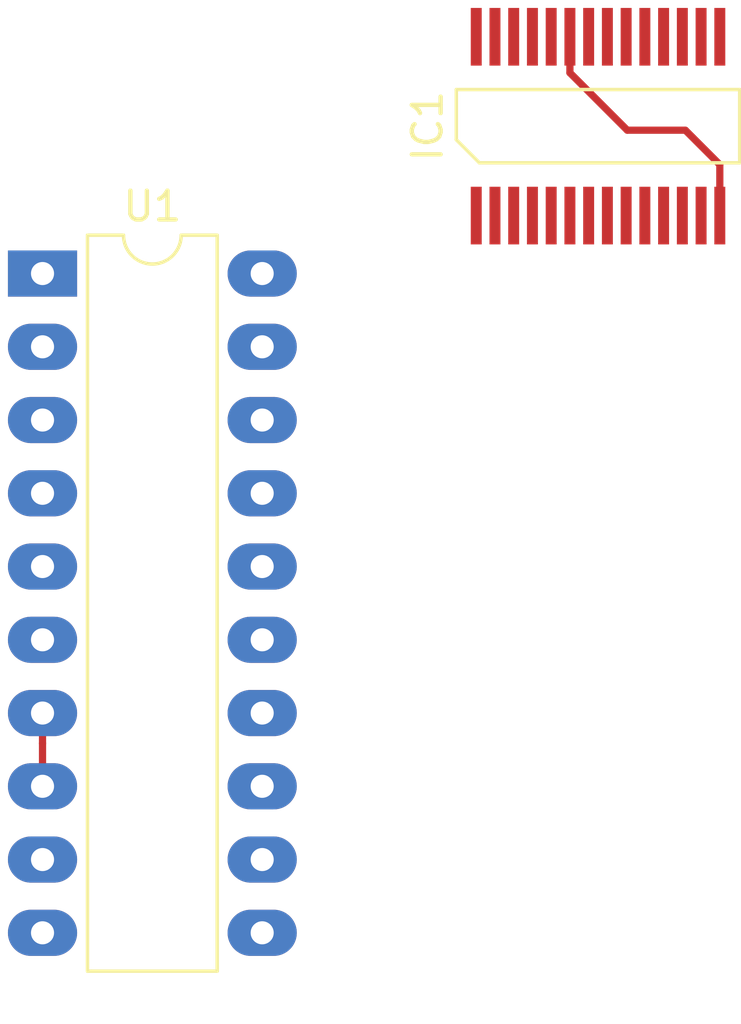
<source format=kicad_pcb>
(kicad_pcb (version 20171130) (host pcbnew "(5.1.4)-1")

  (general
    (thickness 1.6)
    (drawings 0)
    (tracks 7)
    (zones 0)
    (modules 2)
    (nets 47)
  )

  (page A4)
  (layers
    (0 F.Cu signal)
    (31 B.Cu signal)
    (32 B.Adhes user)
    (33 F.Adhes user)
    (34 B.Paste user)
    (35 F.Paste user)
    (36 B.SilkS user)
    (37 F.SilkS user)
    (38 B.Mask user)
    (39 F.Mask user)
    (40 Dwgs.User user)
    (41 Cmts.User user)
    (42 Eco1.User user)
    (43 Eco2.User user)
    (44 Edge.Cuts user)
    (45 Margin user)
    (46 B.CrtYd user)
    (47 F.CrtYd user)
    (48 B.Fab user)
    (49 F.Fab user)
  )

  (setup
    (last_trace_width 0.25)
    (trace_clearance 0.2)
    (zone_clearance 0.508)
    (zone_45_only no)
    (trace_min 0.2)
    (via_size 0.8)
    (via_drill 0.4)
    (via_min_size 0.4)
    (via_min_drill 0.3)
    (uvia_size 0.3)
    (uvia_drill 0.1)
    (uvias_allowed no)
    (uvia_min_size 0.2)
    (uvia_min_drill 0.1)
    (edge_width 0.05)
    (segment_width 0.2)
    (pcb_text_width 0.3)
    (pcb_text_size 1.5 1.5)
    (mod_edge_width 0.12)
    (mod_text_size 1 1)
    (mod_text_width 0.15)
    (pad_size 1.524 1.524)
    (pad_drill 0.762)
    (pad_to_mask_clearance 0.051)
    (solder_mask_min_width 0.25)
    (aux_axis_origin 0 0)
    (visible_elements FFFFFF7F)
    (pcbplotparams
      (layerselection 0x010fc_ffffffff)
      (usegerberextensions false)
      (usegerberattributes false)
      (usegerberadvancedattributes false)
      (creategerberjobfile false)
      (excludeedgelayer true)
      (linewidth 0.100000)
      (plotframeref false)
      (viasonmask false)
      (mode 1)
      (useauxorigin false)
      (hpglpennumber 1)
      (hpglpenspeed 20)
      (hpglpendiameter 15.000000)
      (psnegative false)
      (psa4output false)
      (plotreference true)
      (plotvalue true)
      (plotinvisibletext false)
      (padsonsilk false)
      (subtractmaskfromsilk false)
      (outputformat 1)
      (mirror false)
      (drillshape 1)
      (scaleselection 1)
      (outputdirectory ""))
  )

  (net 0 "")
  (net 1 "Net-(IC1-Pad15)")
  (net 2 "Net-(IC1-Pad13)")
  (net 3 "Net-(IC1-Pad16)")
  (net 4 "Net-(IC1-Pad12)")
  (net 5 "Net-(IC1-Pad17)")
  (net 6 "Net-(IC1-Pad11)")
  (net 7 "Net-(IC1-Pad18)")
  (net 8 "Net-(IC1-Pad10)")
  (net 9 "Net-(IC1-Pad19)")
  (net 10 "Net-(IC1-Pad9)")
  (net 11 "Net-(IC1-Pad20)")
  (net 12 "Net-(IC1-Pad8)")
  (net 13 "Net-(IC1-Pad21)")
  (net 14 "Net-(IC1-Pad7)")
  (net 15 "Net-(IC1-Pad22)")
  (net 16 "Net-(IC1-Pad6)")
  (net 17 "Net-(IC1-Pad5)")
  (net 18 "Net-(IC1-Pad24)")
  (net 19 "Net-(IC1-Pad4)")
  (net 20 "Net-(IC1-Pad25)")
  (net 21 "Net-(IC1-Pad3)")
  (net 22 "Net-(IC1-Pad26)")
  (net 23 "Net-(IC1-Pad2)")
  (net 24 "Net-(IC1-Pad27)")
  (net 25 "Net-(IC1-Pad1)")
  (net 26 "Net-(IC1-Pad28)")
  (net 27 VCC)
  (net 28 "Net-(U1-Pad20)")
  (net 29 "Net-(U1-Pad10)")
  (net 30 "Net-(U1-Pad19)")
  (net 31 "Net-(U1-Pad9)")
  (net 32 "Net-(U1-Pad18)")
  (net 33 "Net-(U1-Pad17)")
  (net 34 "Net-(U1-Pad7)")
  (net 35 "Net-(U1-Pad16)")
  (net 36 "Net-(U1-Pad6)")
  (net 37 "Net-(U1-Pad15)")
  (net 38 "Net-(U1-Pad5)")
  (net 39 "Net-(U1-Pad14)")
  (net 40 "Net-(U1-Pad4)")
  (net 41 "Net-(U1-Pad13)")
  (net 42 "Net-(U1-Pad3)")
  (net 43 "Net-(U1-Pad12)")
  (net 44 "Net-(U1-Pad2)")
  (net 45 "Net-(U1-Pad11)")
  (net 46 "Net-(U1-Pad1)")

  (net_class Default "This is the default net class."
    (clearance 0.2)
    (trace_width 0.25)
    (via_dia 0.8)
    (via_drill 0.4)
    (uvia_dia 0.3)
    (uvia_drill 0.1)
    (add_net "Net-(IC1-Pad1)")
    (add_net "Net-(IC1-Pad10)")
    (add_net "Net-(IC1-Pad11)")
    (add_net "Net-(IC1-Pad12)")
    (add_net "Net-(IC1-Pad13)")
    (add_net "Net-(IC1-Pad15)")
    (add_net "Net-(IC1-Pad16)")
    (add_net "Net-(IC1-Pad17)")
    (add_net "Net-(IC1-Pad18)")
    (add_net "Net-(IC1-Pad19)")
    (add_net "Net-(IC1-Pad2)")
    (add_net "Net-(IC1-Pad20)")
    (add_net "Net-(IC1-Pad21)")
    (add_net "Net-(IC1-Pad22)")
    (add_net "Net-(IC1-Pad24)")
    (add_net "Net-(IC1-Pad25)")
    (add_net "Net-(IC1-Pad26)")
    (add_net "Net-(IC1-Pad27)")
    (add_net "Net-(IC1-Pad28)")
    (add_net "Net-(IC1-Pad3)")
    (add_net "Net-(IC1-Pad4)")
    (add_net "Net-(IC1-Pad5)")
    (add_net "Net-(IC1-Pad6)")
    (add_net "Net-(IC1-Pad7)")
    (add_net "Net-(IC1-Pad8)")
    (add_net "Net-(IC1-Pad9)")
    (add_net "Net-(U1-Pad1)")
    (add_net "Net-(U1-Pad10)")
    (add_net "Net-(U1-Pad11)")
    (add_net "Net-(U1-Pad12)")
    (add_net "Net-(U1-Pad13)")
    (add_net "Net-(U1-Pad14)")
    (add_net "Net-(U1-Pad15)")
    (add_net "Net-(U1-Pad16)")
    (add_net "Net-(U1-Pad17)")
    (add_net "Net-(U1-Pad18)")
    (add_net "Net-(U1-Pad19)")
    (add_net "Net-(U1-Pad2)")
    (add_net "Net-(U1-Pad20)")
    (add_net "Net-(U1-Pad3)")
    (add_net "Net-(U1-Pad4)")
    (add_net "Net-(U1-Pad5)")
    (add_net "Net-(U1-Pad6)")
    (add_net "Net-(U1-Pad7)")
    (add_net "Net-(U1-Pad9)")
    (add_net VCC)
  )

  (module Package_DIP:DIP-20_W7.62mm_LongPads (layer F.Cu) (tedit 5A02E8C5) (tstamp 5E50D001)
    (at 106.46 68.61)
    (descr "20-lead though-hole mounted DIP package, row spacing 7.62 mm (300 mils), LongPads")
    (tags "THT DIP DIL PDIP 2.54mm 7.62mm 300mil LongPads")
    (path /5E5138B9)
    (fp_text reference U1 (at 3.81 -2.33) (layer F.SilkS)
      (effects (font (size 1 1) (thickness 0.15)))
    )
    (fp_text value 74AHC273 (at 3.81 25.19) (layer F.Fab)
      (effects (font (size 1 1) (thickness 0.15)))
    )
    (fp_text user %R (at 3.81 11.43) (layer F.Fab)
      (effects (font (size 1 1) (thickness 0.15)))
    )
    (fp_line (start 9.1 -1.55) (end -1.45 -1.55) (layer F.CrtYd) (width 0.05))
    (fp_line (start 9.1 24.4) (end 9.1 -1.55) (layer F.CrtYd) (width 0.05))
    (fp_line (start -1.45 24.4) (end 9.1 24.4) (layer F.CrtYd) (width 0.05))
    (fp_line (start -1.45 -1.55) (end -1.45 24.4) (layer F.CrtYd) (width 0.05))
    (fp_line (start 6.06 -1.33) (end 4.81 -1.33) (layer F.SilkS) (width 0.12))
    (fp_line (start 6.06 24.19) (end 6.06 -1.33) (layer F.SilkS) (width 0.12))
    (fp_line (start 1.56 24.19) (end 6.06 24.19) (layer F.SilkS) (width 0.12))
    (fp_line (start 1.56 -1.33) (end 1.56 24.19) (layer F.SilkS) (width 0.12))
    (fp_line (start 2.81 -1.33) (end 1.56 -1.33) (layer F.SilkS) (width 0.12))
    (fp_line (start 0.635 -0.27) (end 1.635 -1.27) (layer F.Fab) (width 0.1))
    (fp_line (start 0.635 24.13) (end 0.635 -0.27) (layer F.Fab) (width 0.1))
    (fp_line (start 6.985 24.13) (end 0.635 24.13) (layer F.Fab) (width 0.1))
    (fp_line (start 6.985 -1.27) (end 6.985 24.13) (layer F.Fab) (width 0.1))
    (fp_line (start 1.635 -1.27) (end 6.985 -1.27) (layer F.Fab) (width 0.1))
    (fp_arc (start 3.81 -1.33) (end 2.81 -1.33) (angle -180) (layer F.SilkS) (width 0.12))
    (pad 20 thru_hole oval (at 7.62 0) (size 2.4 1.6) (drill 0.8) (layers *.Cu *.Mask)
      (net 28 "Net-(U1-Pad20)"))
    (pad 10 thru_hole oval (at 0 22.86) (size 2.4 1.6) (drill 0.8) (layers *.Cu *.Mask)
      (net 29 "Net-(U1-Pad10)"))
    (pad 19 thru_hole oval (at 7.62 2.54) (size 2.4 1.6) (drill 0.8) (layers *.Cu *.Mask)
      (net 30 "Net-(U1-Pad19)"))
    (pad 9 thru_hole oval (at 0 20.32) (size 2.4 1.6) (drill 0.8) (layers *.Cu *.Mask)
      (net 31 "Net-(U1-Pad9)"))
    (pad 18 thru_hole oval (at 7.62 5.08) (size 2.4 1.6) (drill 0.8) (layers *.Cu *.Mask)
      (net 32 "Net-(U1-Pad18)"))
    (pad 8 thru_hole oval (at 0 17.78) (size 2.4 1.6) (drill 0.8) (layers *.Cu *.Mask)
      (net 34 "Net-(U1-Pad7)"))
    (pad 17 thru_hole oval (at 7.62 7.62) (size 2.4 1.6) (drill 0.8) (layers *.Cu *.Mask)
      (net 33 "Net-(U1-Pad17)"))
    (pad 7 thru_hole oval (at 0 15.24) (size 2.4 1.6) (drill 0.8) (layers *.Cu *.Mask)
      (net 34 "Net-(U1-Pad7)"))
    (pad 16 thru_hole oval (at 7.62 10.16) (size 2.4 1.6) (drill 0.8) (layers *.Cu *.Mask)
      (net 35 "Net-(U1-Pad16)"))
    (pad 6 thru_hole oval (at 0 12.7) (size 2.4 1.6) (drill 0.8) (layers *.Cu *.Mask)
      (net 36 "Net-(U1-Pad6)"))
    (pad 15 thru_hole oval (at 7.62 12.7) (size 2.4 1.6) (drill 0.8) (layers *.Cu *.Mask)
      (net 37 "Net-(U1-Pad15)"))
    (pad 5 thru_hole oval (at 0 10.16) (size 2.4 1.6) (drill 0.8) (layers *.Cu *.Mask)
      (net 38 "Net-(U1-Pad5)"))
    (pad 14 thru_hole oval (at 7.62 15.24) (size 2.4 1.6) (drill 0.8) (layers *.Cu *.Mask)
      (net 39 "Net-(U1-Pad14)"))
    (pad 4 thru_hole oval (at 0 7.62) (size 2.4 1.6) (drill 0.8) (layers *.Cu *.Mask)
      (net 40 "Net-(U1-Pad4)"))
    (pad 13 thru_hole oval (at 7.62 17.78) (size 2.4 1.6) (drill 0.8) (layers *.Cu *.Mask)
      (net 41 "Net-(U1-Pad13)"))
    (pad 3 thru_hole oval (at 0 5.08) (size 2.4 1.6) (drill 0.8) (layers *.Cu *.Mask)
      (net 42 "Net-(U1-Pad3)"))
    (pad 12 thru_hole oval (at 7.62 20.32) (size 2.4 1.6) (drill 0.8) (layers *.Cu *.Mask)
      (net 43 "Net-(U1-Pad12)"))
    (pad 2 thru_hole oval (at 0 2.54) (size 2.4 1.6) (drill 0.8) (layers *.Cu *.Mask)
      (net 44 "Net-(U1-Pad2)"))
    (pad 11 thru_hole oval (at 7.62 22.86) (size 2.4 1.6) (drill 0.8) (layers *.Cu *.Mask)
      (net 45 "Net-(U1-Pad11)"))
    (pad 1 thru_hole rect (at 0 0) (size 2.4 1.6) (drill 0.8) (layers *.Cu *.Mask)
      (net 46 "Net-(U1-Pad1)"))
    (model ${KISYS3DMOD}/Package_DIP.3dshapes/DIP-20_W7.62mm.wrl
      (at (xyz 0 0 0))
      (scale (xyz 1 1 1))
      (rotate (xyz 0 0 0))
    )
  )

  (module Morgan:SSOP-28 (layer F.Cu) (tedit 5E5074A6) (tstamp 5E50CA45)
    (at 125.73 63.5)
    (path /5E50E2AF)
    (attr smd)
    (fp_text reference IC1 (at -5.915 0 90) (layer F.SilkS)
      (effects (font (size 1 1) (thickness 0.15)))
    )
    (fp_text value PCM3000E (at 0 0) (layer F.Fab)
      (effects (font (size 1 1) (thickness 0.15)))
    )
    (fp_line (start -4.67 4.35) (end -4.67 -4.35) (layer F.CrtYd) (width 0.05))
    (fp_line (start 4.67 4.35) (end -4.67 4.35) (layer F.CrtYd) (width 0.05))
    (fp_line (start 4.67 -4.35) (end 4.67 4.35) (layer F.CrtYd) (width 0.05))
    (fp_line (start -4.67 -4.35) (end 4.67 -4.35) (layer F.CrtYd) (width 0.05))
    (fp_line (start 4.915 1.27) (end -4.115 1.27) (layer F.SilkS) (width 0.12))
    (fp_line (start 4.915 -1.27) (end 4.915 1.27) (layer F.SilkS) (width 0.12))
    (fp_line (start -4.915 -1.27) (end 4.915 -1.27) (layer F.SilkS) (width 0.12))
    (fp_line (start -4.915 0.47) (end -4.915 -1.27) (layer F.SilkS) (width 0.12))
    (fp_line (start -4.115 1.27) (end -4.915 0.47) (layer F.SilkS) (width 0.12))
    (pad 14 smd rect (at 4.225 3.1) (size 0.38 2) (layers F.Cu F.Paste F.Mask)
      (net 27 VCC))
    (pad 15 smd rect (at 4.225 -3.1) (size 0.38 2) (layers F.Cu F.Paste F.Mask)
      (net 1 "Net-(IC1-Pad15)"))
    (pad 13 smd rect (at 3.575 3.1) (size 0.38 2) (layers F.Cu F.Paste F.Mask)
      (net 2 "Net-(IC1-Pad13)"))
    (pad 16 smd rect (at 3.575 -3.1) (size 0.38 2) (layers F.Cu F.Paste F.Mask)
      (net 3 "Net-(IC1-Pad16)"))
    (pad 12 smd rect (at 2.925 3.1) (size 0.38 2) (layers F.Cu F.Paste F.Mask)
      (net 4 "Net-(IC1-Pad12)"))
    (pad 17 smd rect (at 2.925 -3.1) (size 0.38 2) (layers F.Cu F.Paste F.Mask)
      (net 5 "Net-(IC1-Pad17)"))
    (pad 11 smd rect (at 2.275 3.1) (size 0.38 2) (layers F.Cu F.Paste F.Mask)
      (net 6 "Net-(IC1-Pad11)"))
    (pad 18 smd rect (at 2.275 -3.1) (size 0.38 2) (layers F.Cu F.Paste F.Mask)
      (net 7 "Net-(IC1-Pad18)"))
    (pad 10 smd rect (at 1.625 3.1) (size 0.38 2) (layers F.Cu F.Paste F.Mask)
      (net 8 "Net-(IC1-Pad10)"))
    (pad 19 smd rect (at 1.625 -3.1) (size 0.38 2) (layers F.Cu F.Paste F.Mask)
      (net 9 "Net-(IC1-Pad19)"))
    (pad 9 smd rect (at 0.975 3.1) (size 0.38 2) (layers F.Cu F.Paste F.Mask)
      (net 10 "Net-(IC1-Pad9)"))
    (pad 20 smd rect (at 0.975 -3.1) (size 0.38 2) (layers F.Cu F.Paste F.Mask)
      (net 11 "Net-(IC1-Pad20)"))
    (pad 8 smd rect (at 0.325 3.1) (size 0.38 2) (layers F.Cu F.Paste F.Mask)
      (net 12 "Net-(IC1-Pad8)"))
    (pad 21 smd rect (at 0.325 -3.1) (size 0.38 2) (layers F.Cu F.Paste F.Mask)
      (net 13 "Net-(IC1-Pad21)"))
    (pad 7 smd rect (at -0.325 3.1) (size 0.38 2) (layers F.Cu F.Paste F.Mask)
      (net 14 "Net-(IC1-Pad7)"))
    (pad 22 smd rect (at -0.325 -3.1) (size 0.38 2) (layers F.Cu F.Paste F.Mask)
      (net 15 "Net-(IC1-Pad22)"))
    (pad 6 smd rect (at -0.975 3.1) (size 0.38 2) (layers F.Cu F.Paste F.Mask)
      (net 16 "Net-(IC1-Pad6)"))
    (pad 23 smd rect (at -0.975 -3.1) (size 0.38 2) (layers F.Cu F.Paste F.Mask)
      (net 27 VCC))
    (pad 5 smd rect (at -1.625 3.1) (size 0.38 2) (layers F.Cu F.Paste F.Mask)
      (net 17 "Net-(IC1-Pad5)"))
    (pad 24 smd rect (at -1.625 -3.1) (size 0.38 2) (layers F.Cu F.Paste F.Mask)
      (net 18 "Net-(IC1-Pad24)"))
    (pad 4 smd rect (at -2.275 3.1) (size 0.38 2) (layers F.Cu F.Paste F.Mask)
      (net 19 "Net-(IC1-Pad4)"))
    (pad 25 smd rect (at -2.275 -3.1) (size 0.38 2) (layers F.Cu F.Paste F.Mask)
      (net 20 "Net-(IC1-Pad25)"))
    (pad 3 smd rect (at -2.925 3.1) (size 0.38 2) (layers F.Cu F.Paste F.Mask)
      (net 21 "Net-(IC1-Pad3)"))
    (pad 26 smd rect (at -2.925 -3.1) (size 0.38 2) (layers F.Cu F.Paste F.Mask)
      (net 22 "Net-(IC1-Pad26)"))
    (pad 2 smd rect (at -3.575 3.1) (size 0.38 2) (layers F.Cu F.Paste F.Mask)
      (net 23 "Net-(IC1-Pad2)"))
    (pad 27 smd rect (at -3.575 -3.1) (size 0.38 2) (layers F.Cu F.Paste F.Mask)
      (net 24 "Net-(IC1-Pad27)"))
    (pad 1 smd rect (at -4.225 3.1) (size 0.38 2) (layers F.Cu F.Paste F.Mask)
      (net 25 "Net-(IC1-Pad1)"))
    (pad 28 smd rect (at -4.225 -3.1) (size 0.38 2) (layers F.Cu F.Paste F.Mask)
      (net 26 "Net-(IC1-Pad28)"))
  )

  (segment (start 124.755 61.65) (end 126.745 63.64) (width 0.25) (layer F.Cu) (net 27))
  (segment (start 124.755 60.4) (end 124.755 61.65) (width 0.25) (layer F.Cu) (net 27))
  (segment (start 126.745 63.64) (end 128.76 63.64) (width 0.25) (layer F.Cu) (net 27))
  (segment (start 129.955 64.835) (end 129.955 66.6) (width 0.25) (layer F.Cu) (net 27))
  (segment (start 128.76 63.64) (end 129.955 64.835) (width 0.25) (layer F.Cu) (net 27))
  (segment (start 106.46 84.9) (end 106.46 86.39) (width 0.25) (layer F.Cu) (net 34))
  (segment (start 106.46 83.85) (end 106.46 84.9) (width 0.25) (layer F.Cu) (net 34))

)

</source>
